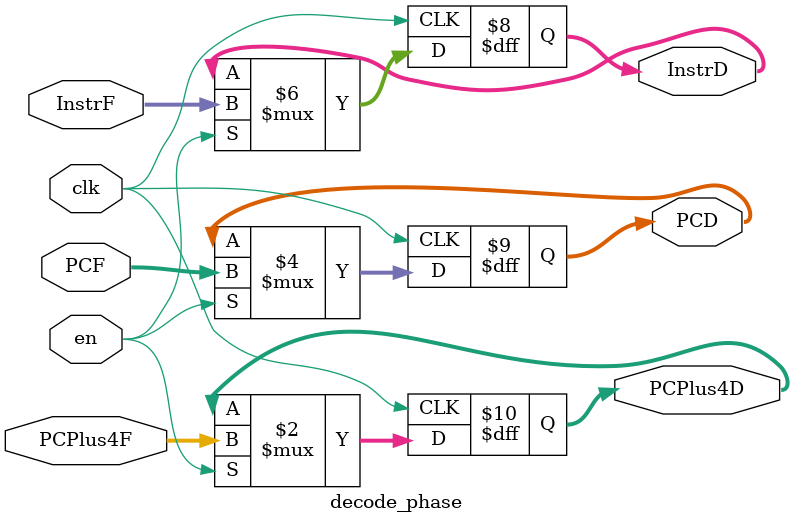
<source format=sv>
module decode_phase (
    input clk,
    input en,
    input  logic [31:0] InstrF,PCF,PCPlus4F,
    output  logic [31:0] InstrD,PCD,PCPlus4D
);
   always_ff @(posedge clk)
    begin
        if(en) begin
            InstrD <= InstrF;
            PCD<=PCF;
            PCPlus4D <= PCPlus4F;
        end 
    end
endmodule

</source>
